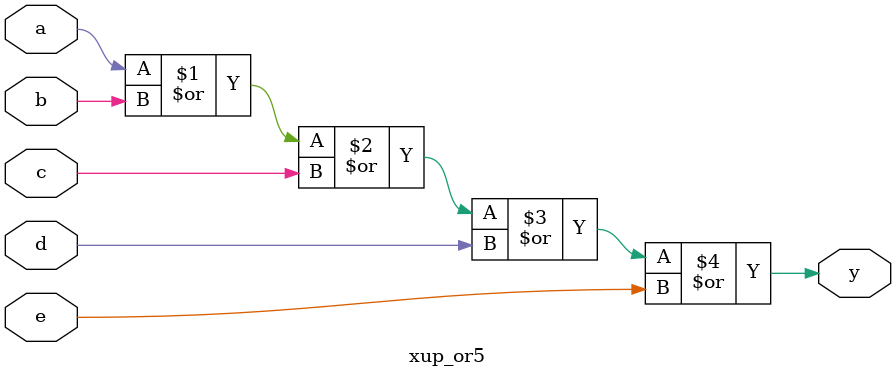
<source format=v>
`timescale 1ns / 1ps
module xup_or5 #(parameter DELAY = 3)(
    input a,
    input b,
    input c,
    input d,
    input e,
    output y
    );
    
    or #DELAY (y,a,b,c,d,e);
    
endmodule

</source>
